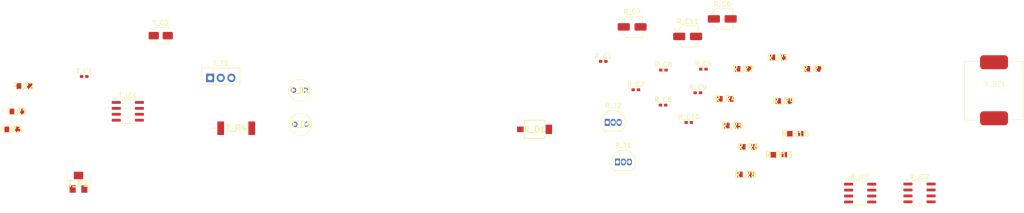
<source format=kicad_pcb>
(kicad_pcb (version 20240108) (generator "pcbnew") (generator_version "8.0")
  (layers (0 "F.Cu" signal) (1 "In1.Cu" signal) (2 "In2.Cu" signal) (31 "B.Cu" signal) (34 "B.Paste" user) (35 "F.Paste" user) (36 "B.SilkS" user "B.Silkscreen") (37 "F.SilkS" user "F.Silkscreen") (38 "B.Mask" user) (39 "F.Mask" user) (44 "Edge.Cuts" user))
  (net 0 "")
  (net 1 "GND")
  (net 2 "+5V")
  (net 3 "+9V")
  (net 5 "/T_EMITTER")
  (net 6 "R_GND")
  (net 7 "T_GND")
  (net 8 "/R_OUT2")
  (net 9 "/T_DIS")
  (net 10 "/R_C2")
  (net 11 "/R_THR{slash}TR")
  (net 12 "/R_CV")
  (net 13 "/R_OUT1")
  (net 14 "/R_IN")
  (net 15 "/R_DIS")
  (net 16 "/T_THR{slash}TR")
  (net 17 "/T_BASE")
  (net 18 "/T_LED2")
  (net 19 "/T_LED1")
  (net 20 "/R_LED")
  (net 21 "/R_BASE2")
  (net 22 "/R_EMITTER2")
  (net 23 "/R_RC")
  (net 24 "/R_C3")
  (net 25 "/R_R")
  (net 26 "/T_POT")
  (net 27 "/T_OUT")
  (footprint "ERJUP6:ERJUP6" (layer "F.Cu") (at 212.935 71.38)
    (property "Reference" "R_R9" (at 0 0 0) (layer "F.SilkS") (effects (font (size 1.27 1.27) (thickness 0.254))))
    (property "Value" "4k7" (hide yes))
    (fp_circle (center -2.025 0) (end -2.025 0.05) (stroke (width 0.2)) (fill none) (layer "F.SilkS"))
    (pad "1" smd rect (at -1.175 0) (size 1.15 1.25) (layers "F.Cu" "F.Paste" "F.Mask") (net 2 "+5V"))
    (pad "2" smd rect (at 1.175 0) (size 1.15 1.25) (layers "F.Cu" "F.Paste" "F.Mask") (net 13 "/R_OUT1"))
  )
  (footprint "ERJUP6:ERJUP6" (layer "F.Cu") (at 215.395 78.38)
    (property "Reference" "R_R10" (at 0 0 0) (layer "F.SilkS") (effects (font (size 1.27 1.27) (thickness 0.254))))
    (property "Value" "470k" (hide yes))
    (fp_circle (center -2.025 0) (end -2.025 0.05) (stroke (width 0.2)) (fill none) (layer "F.SilkS"))
    (pad "1" smd rect (at -1.175 0) (size 1.15 1.25) (layers "F.Cu" "F.Paste" "F.Mask") (net 6 "R_GND"))
    (pad "2" smd rect (at 1.175 0) (size 1.15 1.25) (layers "F.Cu" "F.Paste" "F.Mask") (net 22 "/R_EMITTER2"))
  )
  (footprint "ERJUP6:ERJUP6" (layer "F.Cu") (at 204.735 87.11)
    (property "Reference" "R_R8" (at 0 0 0) (layer "F.SilkS") (effects (font (size 1.27 1.27) (thickness 0.254))))
    (property "Value" "1k" (hide yes))
    (fp_circle (center -2.025 0) (end -2.025 0.05) (stroke (width 0.2)) (fill none) (layer "F.SilkS"))
    (pad "1" smd rect (at -1.175 0) (size 1.15 1.25) (layers "F.Cu" "F.Paste" "F.Mask") (net 2 "+5V"))
    (pad "2" smd rect (at 1.175 0) (size 1.15 1.25) (layers "F.Cu" "F.Paste" "F.Mask") (net 15 "/R_DIS"))
  )
  (footprint "Capacitor_SMD:C_0402_1005Metric_Pad0.74x0.62mm_HandSolder" (layer "F.Cu") (at 192.5925 75.95)
    (property "Reference" "R_C10" (at 0 -1.16 0) (layer "F.SilkS"))
    (property "Value" "100n")
    (fp_line (start -0.115835 -0.36) (end 0.115835 -0.36) (stroke (width 0.12)) (layer "F.SilkS"))
    (fp_line (start -0.115835 0.36) (end 0.115835 0.36) (stroke (width 0.12)) (layer "F.SilkS"))
    (pad "1" smd roundrect (at -0.5675 0) (size 0.735 0.62) (layers "F.Cu" "F.Paste" "F.Mask") (net 2 "+5V"))
    (pad "2" smd roundrect (at 0.5675 0) (size 0.735 0.62) (layers "F.Cu" "F.Paste" "F.Mask") (net 1 "GND"))
  )
  (footprint "ERJUP6:ERJUP6" (layer "F.Cu") (at 219.175 64.48)
    (property "Reference" "R_R7" (at 0 0 0) (layer "F.SilkS") (effects (font (size 1.27 1.27) (thickness 0.254))))
    (property "Value" "100k" (hide yes))
    (fp_circle (center -2.025 0) (end -2.025 0.05) (stroke (width 0.2)) (fill none) (layer "F.SilkS"))
    (pad "1" smd rect (at -1.175 0) (size 1.15 1.25) (layers "F.Cu" "F.Paste" "F.Mask") (net 15 "/R_DIS"))
    (pad "2" smd rect (at 1.175 0) (size 1.15 1.25) (layers "F.Cu" "F.Paste" "F.Mask") (net 11 "/R_THR{slash}TR"))
  )
  (footprint "Capacitor_SMD:C_0402_1005Metric_Pad0.74x0.62mm_HandSolder" (layer "F.Cu") (at 63.1525 66.11)
    (property "Reference" "T_C1" (at 0 -1.16 0) (layer "F.SilkS"))
    (property "Value" "15n")
    (fp_line (start -0.115835 -0.36) (end 0.115835 -0.36) (stroke (width 0.12)) (layer "F.SilkS"))
    (fp_line (start -0.115835 0.36) (end 0.115835 0.36) (stroke (width 0.12)) (layer "F.SilkS"))
    (pad "1" smd roundrect (at -0.5675 0) (size 0.735 0.62) (layers "F.Cu" "F.Paste" "F.Mask") (net 16 "/T_THR{slash}TR"))
    (pad "2" smd roundrect (at 0.5675 0) (size 0.735 0.62) (layers "F.Cu" "F.Paste" "F.Mask") (net 7 "T_GND"))
  )
  (footprint "Capacitor_SMD:CP_Elec_4x3" (layer "F.Cu") (at 180.47 55.49)
    (property "Reference" "R_C7" (at 0 -3.2 0) (layer "F.SilkS"))
    (property "Value" "4u7")
    (fp_line (start -3 -1.56) (end -2.5 -1.56) (stroke (width 0.12)) (layer "F.SilkS"))
    (fp_line (start -2.75 -1.81) (end -2.75 -1.31) (stroke (width 0.12)) (layer "F.SilkS"))
    (fp_line (start -2.26 -1.195563) (end -2.26 -1.06) (stroke (width 0.12)) (layer "F.SilkS"))
    (fp_line (start -2.26 -1.195563) (end -1.195563 -2.26) (stroke (width 0.12)) (layer "F.SilkS"))
    (fp_line (start -2.26 1.195563) (end -2.26 1.06) (stroke (width 0.12)) (layer "F.SilkS"))
    (fp_line (start -2.26 1.195563) (end -1.195563 2.26) (stroke (width 0.12)) (layer "F.SilkS"))
    (fp_line (start -1.195563 -2.26) (end 2.26 -2.26) (stroke (width 0.12)) (layer "F.SilkS"))
    (fp_line (start -1.195563 2.26) (end 2.26 2.26) (stroke (width 0.12)) (layer "F.SilkS"))
    (fp_line (start 2.26 -2.26) (end 2.26 -1.06) (stroke (width 0.12)) (layer "F.SilkS"))
    (fp_line (start 2.26 2.26) (end 2.26 1.06) (stroke (width 0.12)) (layer "F.SilkS"))
    (pad "1" smd roundrect (at -1.8 0) (size 2.6 1.6) (layers "F.Cu" "F.Paste" "F.Mask") (roundrect_rratio 0.15625) (net 24 "/R_C3"))
    (pad "2" smd roundrect (at 1.8 0) (size 2.6 1.6) (layers "F.Cu" "F.Paste" "F.Mask") (roundrect_rratio 0.15625) (net 6 "R_GND"))
  )
  (footprint "ERJUP6:ERJUP6" (layer "F.Cu") (at 211.875 82.89)
    (property "Reference" "R_R13" (at 0 0 0) (layer "F.SilkS") (effects (font (size 1.27 1.27) (thickness 0.254))))
    (property "Value" "2k2" (hide yes))
    (fp_circle (center -2.025 0) (end -2.025 0.05) (stroke (width 0.2)) (fill none) (layer "F.SilkS"))
    (pad "1" smd rect (at -1.175 0) (size 1.15 1.25) (layers "F.Cu" "F.Paste" "F.Mask") (net 2 "+5V"))
    (pad "2" smd rect (at 1.175 0) (size 1.15 1.25) (layers "F.Cu" "F.Paste" "F.Mask") (net 14 "/R_IN"))
  )
  (footprint "ERJUP6:ERJUP6" (layer "F.Cu") (at 50.27 68.16)
    (property "Reference" "T_R2" (at 0 0 0) (layer "F.SilkS") (effects (font (size 1.27 1.27) (thickness 0.254))))
    (property "Value" "2k7" (hide yes))
    (fp_circle (center -2.025 0) (end -2.025 0.05) (stroke (width 0.2)) (fill none) (layer "F.SilkS"))
    (pad "1" smd rect (at -1.175 0) (size 1.15 1.25) (layers "F.Cu" "F.Paste" "F.Mask") (net 9 "/T_DIS"))
    (pad "2" smd rect (at 1.175 0) (size 1.15 1.25) (layers "F.Cu" "F.Paste" "F.Mask") (net 16 "/T_THR{slash}TR"))
  )
  (footprint "Package_TO_SOT_THT:TO-126-3_Vertical" (layer "F.Cu") (at 90.1 66.41)
    (property "Reference" "T_T1" (at 2.28 -3.12 0) (layer "F.SilkS"))
    (property "Value" "BD136")
    (fp_line (start -1.841 -2.12) (end -1.841 1.37) (stroke (width 0.12)) (layer "F.SilkS"))
    (fp_line (start -1.841 -2.12) (end 6.4 -2.12) (stroke (width 0.12)) (layer "F.SilkS"))
    (fp_line (start -1.841 1.37) (end 6.4 1.37) (stroke (width 0.12)) (layer "F.SilkS"))
    (fp_line (start 0.68 -2.12) (end 0.68 -1.05) (stroke (width 0.12)) (layer "F.SilkS"))
    (fp_line (start 0.68 1.05) (end 0.68 1.37) (stroke (width 0.12)) (layer "F.SilkS"))
    (fp_line (start 3.88 -2.12) (end 3.88 -1.05) (stroke (width 0.12)) (layer "F.SilkS"))
    (fp_line (start 3.88 1.05) (end 3.88 1.37) (stroke (width 0.12)) (layer "F.SilkS"))
    (fp_line (start 6.4 -2.12) (end 6.4 1.37) (stroke (width 0.12)) (layer "F.SilkS"))
    (pad "1" thru_hole rect (at 0 0) (size 1.71 1.8) (drill 1) (layers "*.Cu" "*.Mask") (net 3 "+9V"))
    (pad "2" thru_hole oval (at 2.28 0) (size 1.71 1.8) (drill 1) (layers "*.Cu" "*.Mask") (net 5 "/T_EMITTER"))
    (pad "3" thru_hole oval (at 4.56 0) (size 1.71 1.8) (drill 1) (layers "*.Cu" "*.Mask") (net 17 "/T_BASE"))
  )
  (footprint "Package_SO:SOIC-8_3.9x4.9mm_P1.27mm" (layer "F.Cu") (at 241.995 91.035)
    (property "Reference" "R_IC2" (at 0 -3.4 0) (layer "F.SilkS"))
    (property "Value" "NE555D_custom")
    (fp_line (start 0 -2.56) (end -1.95 -2.56) (stroke (width 0.12)) (layer "F.SilkS"))
    (fp_line (start 0 -2.56) (end 1.95 -2.56) (stroke (width 0.12)) (layer "F.SilkS"))
    (fp_line (start 0 2.56) (end -1.95 2.56) (stroke (width 0.12)) (layer "F.SilkS"))
    (fp_line (start 0 2.56) (end 1.95 2.56) (stroke (width 0.12)) (layer "F.SilkS"))
    (fp_poly (pts (xy -2.7 -2.465) (xy -2.94 -2.795) (xy -2.46 -2.795) (xy -2.7 -2.465)) (stroke (width 0.12)) (fill solid) (layer "F.SilkS"))
    (pad "1" smd roundrect (at -2.475 -1.905) (size 1.95 0.6) (layers "F.Cu" "F.Paste" "F.Mask") (net 6 "R_GND"))
    (pad "2" smd roundrect (at -2.475 -0.635) (size 1.95 0.6) (layers "F.Cu" "F.Paste" "F.Mask") (net 11 "/R_THR{slash}TR"))
    (pad "3" smd roundrect (at -2.475 0.635) (size 1.95 0.6) (layers "F.Cu" "F.Paste" "F.Mask") (net 8 "/R_OUT2"))
    (pad "4" smd roundrect (at -2.475 1.905) (size 1.95 0.6) (layers "F.Cu" "F.Paste" "F.Mask") (net 13 "/R_OUT1"))
    (pad "5" smd roundrect (at 2.475 1.905) (size 1.95 0.6) (layers "F.Cu" "F.Paste" "F.Mask") (net 12 "/R_CV"))
    (pad "6" smd roundrect (at 2.475 0.635) (size 1.95 0.6) (layers "F.Cu" "F.Paste" "F.Mask") (net 11 "/R_THR{slash}TR"))
    (pad "7" smd roundrect (at 2.475 -0.635) (size 1.95 0.6) (layers "F.Cu" "F.Paste" "F.Mask") (net 15 "/R_DIS"))
    (pad "8" smd roundrect (at 2.475 -1.905) (size 1.95 0.6) (layers "F.Cu" "F.Paste" "F.Mask") (net 2 "+5V"))
  )
  (footprint "Package_TO_SOT_THT:TO-92_Inline" (layer "F.Cu") (at 177.33 84.41)
    (property "Reference" "R_T1" (at 1.27 -3.56 0) (layer "F.SilkS"))
    (property "Value" "BC549")
    (fp_line (start -0.53 1.85) (end 3.07 1.85) (stroke (width 0.12)) (layer "F.SilkS"))
    (fp_arc (start -0.568478 1.838478) (mid -1.132087 -0.994977) (end 1.27 -2.6) (stroke (width 0.12)) (layer "F.SilkS"))
    (fp_arc (start 1.27 -2.6) (mid 3.672087 -0.994977) (end 3.108478 1.838478) (stroke (width 0.12)) (layer "F.SilkS"))
    (pad "1" thru_hole rect (at 0 0) (size 1.05 1.5) (drill 0.75) (layers "*.Cu" "*.Mask") (net 21 "/R_BASE2"))
    (pad "2" thru_hole oval (at 1.27 0) (size 1.05 1.5) (drill 0.75) (layers "*.Cu" "*.Mask") (net 6 "R_GND"))
    (pad "3" thru_hole oval (at 2.54 0) (size 1.05 1.5) (drill 0.75) (layers "*.Cu" "*.Mask") (net 6 "R_GND"))
  )
  (footprint "Capacitor_SMD:C_0402_1005Metric_Pad0.74x0.62mm_HandSolder" (layer "F.Cu") (at 187.16 64.73)
    (property "Reference" "R_C8" (at 0 -1.16 0) (layer "F.SilkS"))
    (property "Value" "47n")
    (fp_line (start -0.115835 -0.36) (end 0.115835 -0.36) (stroke (width 0.12)) (layer "F.SilkS"))
    (fp_line (start -0.115835 0.36) (end 0.115835 0.36) (stroke (width 0.12)) (layer "F.SilkS"))
    (pad "1" smd roundrect (at -0.5675 0) (size 0.735 0.62) (layers "F.Cu" "F.Paste" "F.Mask") (net 11 "/R_THR{slash}TR"))
    (pad "2" smd roundrect (at 0.5675 0) (size 0.735 0.62) (layers "F.Cu" "F.Paste" "F.Mask") (net 6 "R_GND"))
  )
  (footprint "SFH_4851:SFH4851" (layer "F.Cu") (at 107.96 69.04)
    (property "Reference" "T_D2" (at 1.395 0 0) (layer "F.SilkS") (effects (font (size 1.27 1.27) (thickness 0.254))))
    (property "Value" "SFH 4851" (hide yes))
    (fp_line (start 1.27 -2.35) (end 1.27 -2.35) (stroke (width 0.1)) (layer "F.SilkS"))
    (fp_line (start 1.27 2.35) (end 1.27 2.35) (stroke (width 0.1)) (layer "F.SilkS"))
    (fp_arc (start 1.27 -2.35) (mid 3.62 0) (end 1.27 2.35) (stroke (width 0.1)) (layer "F.SilkS"))
    (fp_arc (start 1.27 2.35) (mid -1.08 0) (end 1.27 -2.35) (stroke (width 0.1)) (layer "F.SilkS"))
    (pad "1" thru_hole circle (at 0 0) (size 1.155 1.155) (drill 0.63) (layers "*.Cu" "*.Mask") (net 7 "T_GND"))
    (pad "2" thru_hole circle (at 2.54 0) (size 1.155 1.155) (drill 0.63) (layers "*.Cu" "*.Mask") (net 18 "/T_LED2"))
  )
  (footprint "BPW_34_FAS-Z:BPW34FASZ" (layer "F.Cu") (at 159.58 77.42)
    (property "Reference" "R_D1" (at 0 0 0) (layer "F.SilkS") (effects (font (size 1.27 1.27) (thickness 0.254))))
    (property "Value" "BPW34" (hide yes))
    (fp_line (start -2.2 -1.925) (end 2.2 -1.925) (stroke (width 0.2)) (layer "F.SilkS"))
    (fp_line (start -2.2 -1) (end -2.2 -1.925) (stroke (width 0.2)) (layer "F.SilkS"))
    (fp_line (start -2.2 1) (end -2.2 1.925) (stroke (width 0.2)) (layer "F.SilkS"))
    (fp_line (start -2.2 1.925) (end -2.2 1.925) (stroke (width 0.2)) (layer "F.SilkS"))
    (fp_line (start -2.2 1.925) (end 2.2 1.925) (stroke (width 0.2)) (layer "F.SilkS"))
    (fp_line (start 2.2 -1.925) (end 2.2 -1.4) (stroke (width 0.2)) (layer "F.SilkS"))
    (fp_line (start 2.2 1.925) (end 2.2 1.4) (stroke (width 0.2)) (layer "F.SilkS"))
    (fp_line (start 4.2 0) (end 4.2 0) (stroke (width 0.1)) (layer "F.SilkS"))
    (fp_line (start 4.3 0) (end 4.3 0) (stroke (width 0.1)) (layer "F.SilkS"))
    (fp_arc (start 4.2 0) (mid 4.25 -0.05) (end 4.3 0) (stroke (width 0.1)) (layer "F.SilkS"))
    (fp_arc (start 4.3 0) (mid 4.25 0.05) (end 4.2 0) (stroke (width 0.1)) (layer "F.SilkS"))
    (pad "1" smd rect (at 3.05 0) (size 1.4 2) (layers "F.Cu" "F.Paste" "F.Mask") (net 20 "/R_LED"))
    (pad "2" smd rect (at -3.05 0 90) (size 1.2 1.4) (layers "F.Cu" "F.Paste" "F.Mask") (net 6 "R_GND"))
  )
  (footprint "Capacitor_SMD:CP_Elec_4x3" (layer "F.Cu") (at 199.765 53.775)
    (property "Reference" "R_C6" (at 0 -3.2 0) (layer "F.SilkS"))
    (property "Value" "2u2")
    (fp_line (start -3 -1.56) (end -2.5 -1.56) (stroke (width 0.12)) (layer "F.SilkS"))
    (fp_line (start -2.75 -1.81) (end -2.75 -1.31) (stroke (width 0.12)) (layer "F.SilkS"))
    (fp_line (start -2.26 -1.195563) (end -2.26 -1.06) (stroke (width 0.12)) (layer "F.SilkS"))
    (fp_line (start -2.26 -1.195563) (end -1.195563 -2.26) (stroke (width 0.12)) (layer "F.SilkS"))
    (fp_line (start -2.26 1.195563) (end -2.26 1.06) (stroke (width 0.12)) (layer "F.SilkS"))
    (fp_line (start -2.26 1.195563) (end -1.195563 2.26) (stroke (width 0.12)) (layer "F.SilkS"))
    (fp_line (start -1.195563 -2.26) (end 2.26 -2.26) (stroke (width 0.12)) (layer "F.SilkS"))
    (fp_line (start -1.195563 2.26) (end 2.26 2.26) (stroke (width 0.12)) (layer "F.SilkS"))
    (fp_line (start 2.26 -2.26) (end 2.26 -1.06) (stroke (width 0.12)) (layer "F.SilkS"))
    (fp_line (start 2.26 2.26) (end 2.26 1.06) (stroke (width 0.12)) (layer "F.SilkS"))
    (pad "1" smd roundrect (at -1.8 0) (size 2.6 1.6) (layers "F.Cu" "F.Paste" "F.Mask") (roundrect_rratio 0.15625) (net 10 "/R_C2"))
    (pad "2" smd roundrect (at 1.8 0) (size 2.6 1.6) (layers "F.Cu" "F.Paste" "F.Mask") (roundrect_rratio 0.15625) (net 6 "R_GND"))
  )
  (footprint "Package_TO_SOT_THT:TO-92_Inline" (layer "F.Cu") (at 175.14 75.93)
    (property "Reference" "R_T2" (at 1.27 -3.56 0) (layer "F.SilkS"))
    (property "Value" "BC549")
    (fp_line (start -0.53 1.85) (end 3.07 1.85) (stroke (width 0.12)) (layer "F.SilkS"))
    (fp_arc (start -0.568478 1.838478) (mid -1.132087 -0.994977) (end 1.27 -2.6) (stroke (width 0.12)) (layer "F.SilkS"))
    (fp_arc (start 1.27 -2.6) (mid 3.672087 -0.994977) (end 3.108478 1.838478) (stroke (width 0.12)) (layer "F.SilkS"))
    (pad "1" thru_hole rect (at 0 0) (size 1.05 1.5) (drill 0.75) (layers "*.Cu" "*.Mask") (net 14 "/R_IN"))
    (pad "2" thru_hole oval (at 1.27 0) (size 1.05 1.5) (drill 0.75) (layers "*.Cu" "*.Mask") (net 21 "/R_BASE2"))
    (pad "3" thru_hole oval (at 2.54 0) (size 1.05 1.5) (drill 0.75) (layers "*.Cu" "*.Mask") (net 22 "/R_EMITTER2"))
  )
  (footprint "ERJUP6:ERJUP6" (layer "F.Cu") (at 205.34 81.18)
    (property "Reference" "R_R6" (at 0 0 0) (layer "F.SilkS") (effects (font (size 1.27 1.27) (thickness 0.254))))
    (property "Value" "1M" (hide yes))
    (fp_circle (center -2.025 0) (end -2.025 0.05) (stroke (width 0.2)) (fill none) (layer "F.SilkS"))
    (pad "1" smd rect (at -1.175 0) (size 1.15 1.25) (layers "F.Cu" "F.Paste" "F.Mask") (net 13 "/R_OUT1"))
    (pad "2" smd rect (at 1.175 0) (size 1.15 1.25) (layers "F.Cu" "F.Paste" "F.Mask") (net 24 "/R_C3"))
  )
  (footprint "Capacitor_SMD:CP_Elec_4x3" (layer "F.Cu") (at 192.35 57.53)
    (property "Reference" "R_C11" (at 0 -3.2 0) (layer "F.SilkS"))
    (property "Value" "22u")
    (fp_line (start -3 -1.56) (end -2.5 -1.56) (stroke (width 0.12)) (layer "F.SilkS"))
    (fp_line (start -2.75 -1.81) (end -2.75 -1.31) (stroke (width 0.12)) (layer "F.SilkS"))
    (fp_line (start -2.26 -1.195563) (end -2.26 -1.06) (stroke (width 0.12)) (layer "F.SilkS"))
    (fp_line (start -2.26 -1.195563) (end -1.195563 -2.26) (stroke (width 0.12)) (layer "F.SilkS"))
    (fp_line (start -2.26 1.195563) (end -2.26 1.06) (stroke (width 0.12)) (layer "F.SilkS"))
    (fp_line (start -2.26 1.195563) (end -1.195563 2.26) (stroke (width 0.12)) (layer "F.SilkS"))
    (fp_line (start -1.195563 -2.26) (end 2.26 -2.26) (stroke (width 0.12)) (layer "F.SilkS"))
    (fp_line (start -1.195563 2.26) (end 2.26 2.26) (stroke (width 0.12)) (layer "F.SilkS"))
    (fp_line (start 2.26 -2.26) (end 2.26 -1.06) (stroke (width 0.12)) (layer "F.SilkS"))
    (fp_line (start 2.26 2.26) (end 2.26 1.06) (stroke (width 0.12)) (layer "F.SilkS"))
    (pad "1" smd roundrect (at -1.8 0) (size 2.6 1.6) (layers "F.Cu" "F.Paste" "F.Mask") (roundrect_rratio 0.15625) (net 2 "+5V"))
    (pad "2" smd roundrect (at 1.8 0) (size 2.6 1.6) (layers "F.Cu" "F.Paste" "F.Mask") (roundrect_rratio 0.15625) (net 1 "GND"))
  )
  (footprint "Capacitor_SMD:C_0402_1005Metric_Pad0.74x0.62mm_HandSolder" (layer "F.Cu") (at 174.28 62.87)
    (property "Reference" "R_C1" (at 0 -1.16 0) (layer "F.SilkS"))
    (property "Value" "10n")
    (fp_line (start -0.115835 -0.36) (end 0.115835 -0.36) (stroke (width 0.12)) (layer "F.SilkS"))
    (fp_line (start -0.115835 0.36) (end 0.115835 0.36) (stroke (width 0.12)) (layer "F.SilkS"))
    (pad "1" smd roundrect (at -0.5675 0) (size 0.735 0.62) (layers "F.Cu" "F.Paste" "F.Mask") (net 6 "R_GND"))
    (pad "2" smd roundrect (at 0.5675 0) (size 0.735 0.62) (layers "F.Cu" "F.Paste" "F.Mask") (net 20 "/R_LED"))
  )
  (footprint "CPT-1203-03-SMT-TR:CPT-1203-03-SMT-TR" (layer "F.Cu") (at 257.95 63.05)
    (property "Reference" "R_BZ1" (at 0.2 4.7 0) (layer "F.SilkS") (effects (font (thickness 0.1))))
    (property "Value" "Buzzer")
    (fp_line (start -6.3 -0.2) (end -3.2 -0.2) (stroke (width 0.1)) (layer "F.SilkS"))
    (fp_line (start -6.3 12.2) (end -6.3 12.3) (stroke (width 0.1)) (layer "F.SilkS"))
    (fp_line (start -6.3 12.4) (end -6.3 -0.2) (stroke (width 0.1)) (layer "F.SilkS"))
    (fp_line (start -6.3 12.4) (end -3.2 12.4) (stroke (width 0.1)) (layer "F.SilkS"))
    (fp_line (start -3.2 -0.2) (end -3.2 -0.3) (stroke (width 0.1)) (layer "F.SilkS"))
    (fp_line (start -3.2 12.4) (end -3.2 12.5) (stroke (width 0.1)) (layer "F.SilkS"))
    (fp_line (start 3.2 -0.2) (end 3.2 -0.3) (stroke (width 0.1)) (layer "F.SilkS"))
    (fp_line (start 3.2 12.3) (end 6.2 12.3) (stroke (width 0.1)) (layer "F.SilkS"))
    (fp_line (start 3.2 12.4) (end 3.2 12.3) (stroke (width 0.1)) (layer "F.SilkS"))
    (fp_line (start 6.2 -0.2) (end 3.2 -0.2) (stroke (width 0.1)) (layer "F.SilkS"))
    (fp_line (start 6.2 12.3) (end 6.2 -0.2) (stroke (width 0.1)) (layer "F.SilkS"))
    (pad "1" smd roundrect (at 0 0) (size 6 3) (layers "F.Cu" "F.Paste" "F.Mask") (net 8 "/R_OUT2"))
    (pad "2" smd roundrect (at 0 12) (size 6 3) (layers "F.Cu" "F.Paste" "F.Mask") (net 6 "R_GND"))
  )
  (footprint "ERJUP6:ERJUP6" (layer "F.Cu") (at 204.235 64.48)
    (property "Reference" "R_R2" (at 0 0 0) (layer "F.SilkS") (effects (font (size 1.27 1.27) (thickness 0.254))))
    (property "Value" "3k3" (hide yes))
    (fp_circle (center -2.025 0) (end -2.025 0.05) (stroke (width 0.2)) (fill none) (layer "F.SilkS"))
    (pad "1" smd rect (at -1.175 0) (size 1.15 1.25) (layers "F.Cu" "F.Paste" "F.Mask") (net 2 "+5V"))
    (pad "2" smd rect (at 1.175 0) (size 1.15 1.25) (layers "F.Cu" "F.Paste" "F.Mask") (net 21 "/R_BASE2"))
  )
  (footprint "PVG5A103C03R00:PVG5A100C03R00" (layer "F.Cu") (at 61.92 88.75)
    (property "Reference" "T_P1" (at 0 0.275 0) (layer "F.SilkS") (effects (font (size 1.27 1.27) (thickness 0.254))))
    (property "Value" "PVG5A103C03R00" (hide yes))
    (fp_line (start -2.4 -1.75) (end -2.4 1.75) (stroke (width 0.1)) (layer "F.SilkS"))
    (fp_line (start -1.4 2.7) (end -1.4 2.7) (stroke (width 0.2)) (layer "F.SilkS"))
    (fp_line (start -1.2 2.7) (end -1.2 2.7) (stroke (width 0.2)) (layer "F.SilkS"))
    (fp_line (start 2.4 -1.75) (end 2.4 1.75) (stroke (width 0.1)) (layer "F.SilkS"))
    (fp_arc (start -1.4 2.7) (mid -1.3 2.6) (end -1.2 2.7) (stroke (width 0.2)) (layer "F.SilkS"))
    (fp_arc (start -1.2 2.7) (mid -1.3 2.8) (end -1.4 2.7) (stroke (width 0.2)) (layer "F.SilkS"))
    (pad "1" smd rect (at -1.25 1.45 90) (size 1.6 1.3) (layers "F.Cu" "F.Paste" "F.Mask") (net 26 "/T_POT"))
    (pad "2" smd rect (at 0 -1.45 90) (size 1.6 2) (layers "F.Cu" "F.Paste" "F.Mask") (net 26 "/T_POT"))
    (pad "3" smd rect (at 1.25 1.45 90) (size 1.6 1.3) (layers "F.Cu" "F.Paste" "F.Mask") (net 9 "/T_DIS"))
  )
  (footprint "Package_SO:SOIC-8_3.9x4.9mm_P1.27mm" (layer "F.Cu") (at 229.295 91.065)
    (property "Reference" "R_IC1" (at 0 -3.4 0) (layer "F.SilkS"))
    (property "Value" "NE567_custom")
    (fp_line (start 0 -2.56) (end -1.95 -2.56) (stroke (width 0.12)) (layer "F.SilkS"))
    (fp_line (start 0 -2.56) (end 1.95 -2.56) (stroke (width 0.12)) (layer "F.SilkS"))
    (fp_line (start 0 2.56) (end -1.95 2.56) (stroke (width 0.12)) (layer "F.SilkS"))
    (fp_line (start 0 2.56) (end 1.95 2.56) (stroke (width 0.12)) (layer "F.SilkS"))
    (fp_poly (pts (xy -2.7 -2.465) (xy -2.94 -2.795) (xy -2.46 -2.795) (xy -2.7 -2.465)) (stroke (width 0.12)) (fill solid) (layer "F.SilkS"))
    (pad "1" smd roundrect (at -2.475 -1.905) (size 1.95 0.6) (layers "F.Cu" "F.Paste" "F.Mask") (net 24 "/R_C3"))
    (pad "2" smd roundrect (at -2.475 -0.635) (size 1.95 0.6) (layers "F.Cu" "F.Paste" "F.Mask") (net 10 "/R_C2"))
    (pad "3" smd roundrect (at -2.475 0.635) (size 1.95 0.6) (layers "F.Cu" "F.Paste" "F.Mask") (net 14 "/R_IN"))
    (pad "4" smd roundrect (at -2.475 1.905) (size 1.95 0.6) (layers "F.Cu" "F.Paste" "F.Mask") (net 2 "+5V"))
    (pad "5" smd roundrect (at 2.475 1.905) (size 1.95 0.6) (layers "F.Cu" "F.Paste" "F.Mask") (net 25 "/R_R"))
    (pad "6" smd roundrect (at 2.475 0.635) (size 1.95 0.6) (layers "F.Cu" "F.Paste" "F.Mask") (net 23 "/R_RC"))
    (pad "7" smd roundrect (at 2.475 -0.635) (size 1.95 0.6) (layers "F.Cu" "F.Paste" "F.Mask") (net 6 "R_GND"))
    (pad "8" smd roundrect (at 2.475 -1.905) (size 1.95 0.6) (layers "F.Cu" "F.Paste" "F.Mask") (net 13 "/R_OUT1"))
  )
  (footprint "Capacitor_SMD:C_0402_1005Metric_Pad0.74x0.62mm_HandSolder" (layer "F.Cu") (at 187.0975 72.24)
    (property "Reference" "R_C5" (at 0 -1.16 0) (layer "F.SilkS"))
    (property "Value" "22n")
    (fp_line (start -0.115835 -0.36) (end 0.115835 -0.36) (stroke (width 0.12)) (layer "F.SilkS"))
    (fp_line (start -0.115835 0.36) (end 0.115835 0.36) (stroke (width 0.12)) (layer "F.SilkS"))
    (pad "1" smd roundrect (at -0.5675 0) (size 0.735 0.62) (layers "F.Cu" "F.Paste" "F.Mask") (net 23 "/R_RC"))
    (pad "2" smd roundrect (at 0.5675 0) (size 0.735 0.62) (layers "F.Cu" "F.Paste" "F.Mask") (net 6 "R_GND"))
  )
  (footprint "Capacitor_SMD:C_0402_1005Metric_Pad0.74x0.62mm_HandSolder" (layer "F.Cu") (at 181.26 68.95)
    (property "Reference" "R_C2" (at 0 -1.16 0) (layer "F.SilkS"))
    (property "Value" "47p")
    (fp_line (start -0.115835 -0.36) (end 0.115835 -0.36) (stroke (width 0.12)) (layer "F.SilkS"))
    (fp_line (start -0.115835 0.36) (end 0.115835 0.36) (stroke (width 0.12)) (layer "F.SilkS"))
    (pad "1" smd roundrect (at -0.5675 0) (size 0.735 0.62) (layers "F.Cu" "F.Paste" "F.Mask") (net 6 "R_GND"))
    (pad "2" smd roundrect (at 0.5675 0) (size 0.735 0.62) (layers "F.Cu" "F.Paste" "F.Mask") (net 21 "/R_BASE2"))
  )
  (footprint "ERJUP6:ERJUP6" (layer "F.Cu") (at 47.69 77.43)
    (property "Reference" "T_R3" (at 0 0 0) (layer "F.SilkS") (effects (font (size 1.27 1.27) (thickness 0.254))))
    (property "Value" "330" (hide yes))
    (fp_circle (center -2.025 0) (end -2.025 0.05) (stroke (width 0.2)) (fill none) (layer "F.SilkS"))
    (pad "1" smd rect (at -1.175 0) (size 1.15 1.25) (layers "F.Cu" "F.Paste" "F.Mask") (net 27 "/T_OUT"))
    (pad "2" smd rect (at 1.175 0) (size 1.15 1.25) (layers "F.Cu" "F.Paste" "F.Mask") (net 17 "/T_BASE"))
  )
  (footprint "Capacitor_SMD:C_0402_1005Metric_Pad0.74x0.62mm_HandSolder" (layer "F.Cu") (at 195.7175 64.54)
    (property "Reference" "R_C4" (at 0 -1.16 0) (layer "F.SilkS"))
    (property "Value" "220n")
    (fp_line (start -0.115835 -0.36) (end 0.115835 -0.36) (stroke (width 0.12)) (layer "F.SilkS"))
    (fp_line (start -0.115835 0.36) (end 0.115835 0.36) (stroke (width 0.12)) (layer "F.SilkS"))
    (pad "1" smd roundrect (at -0.5675 0) (size 0.735 0.62) (layers "F.Cu" "F.Paste" "F.Mask") (net 22 "/R_EMITTER2"))
    (pad "2" smd roundrect (at 0.5675 0) (size 0.735 0.62) (layers "F.Cu" "F.Paste" "F.Mask") (net 6 "R_GND"))
  )
  (footprint "Capacitor_SMD:C_0402_1005Metric_Pad0.74x0.62mm_HandSolder" (layer "F.Cu") (at 194.53 69.59)
    (property "Reference" "R_C9" (at 0 -1.16 0) (layer "F.SilkS"))
    (property "Value" "100n")
    (fp_line (start -0.115835 -0.36) (end 0.115835 -0.36) (stroke (width 0.12)) (layer "F.SilkS"))
    (fp_line (start -0.115835 0.36) (end 0.115835 0.36) (stroke (width 0.12)) (layer "F.SilkS"))
    (pad "1" smd roundrect (at -0.5675 0) (size 0.735 0.62) (layers "F.Cu" "F.Paste" "F.Mask") (net 12 "/R_CV"))
    (pad "2" smd roundrect (at 0.5675 0) (size 0.735 0.62) (layers "F.Cu" "F.Paste" "F.Mask") (net 6 "R_GND"))
  )
  (footprint "ERJUP6:ERJUP6" (layer "F.Cu") (at 211.705 62.02)
    (property "Reference" "R_R1" (at 0 0 0) (layer "F.SilkS") (effects (font (size 1.27 1.27) (thickness 0.254))))
    (property "Value" "6k8" (hide yes))
    (fp_circle (center -2.025 0) (end -2.025 0.05) (stroke (width 0.2)) (fill none) (layer "F.SilkS"))
    (pad "1" smd rect (at -1.175 0) (size 1.15 1.25) (layers "F.Cu" "F.Paste" "F.Mask") (net 2 "+5V"))
    (pad "2" smd rect (at 1.175 0) (size 1.15 1.25) (layers "F.Cu" "F.Paste" "F.Mask") (net 20 "/R_LED"))
  )
  (footprint "SFH_4851:SFH4851" (layer "F.Cu") (at 108.23 76.35)
    (property "Reference" "T_D1" (at 1.395 0 0) (layer "F.SilkS") (effects (font (size 1.27 1.27) (thickness 0.254))))
    (property "Value" "SFH 4851" (hide yes))
    (fp_line (start 1.27 -2.35) (end 1.27 -2.35) (stroke (width 0.1)) (layer "F.SilkS"))
    (fp_line (start 1.27 2.35) (end 1.27 2.35) (stroke (width 0.1)) (layer "F.SilkS"))
    (fp_arc (start 1.27 -2.35) (mid 3.62 0) (end 1.27 2.35) (stroke (width 0.1)) (layer "F.SilkS"))
    (fp_arc (start 1.27 2.35) (mid -1.08 0) (end 1.27 -2.35) (stroke (width 0.1)) (layer "F.SilkS"))
    (pad "1" thru_hole circle (at 0 0) (size 1.155 1.155) (drill 0.63) (layers "*.Cu" "*.Mask") (net 18 "/T_LED2"))
    (pad "2" thru_hole circle (at 2.54 0) (size 1.155 1.155) (drill 0.63) (layers "*.Cu" "*.Mask") (net 19 "/T_LED1"))
  )
  (footprint "ERJUP6:ERJUP6" (layer "F.Cu") (at 201.915 76.63)
    (property "Reference" "R_R5" (at 0 0 0) (layer "F.SilkS") (effects (font (size 1.27 1.27) (thickness 0.254))))
    (property "Value" "10k" (hide yes))
    (fp_circle (center -2.025 0) (end -2.025 0.05) (stroke (width 0.2)) (fill none) (layer "F.SilkS"))
    (pad "1" smd rect (at -1.175 0) (size 1.15 1.25) (layers "F.Cu" "F.Paste" "F.Mask") (net 25 "/R_R"))
    (pad "2" smd rect (at 1.175 0) (size 1.15 1.25) (layers "F.Cu" "F.Paste" "F.Mask") (net 23 "/R_RC"))
  )
  (footprint "Package_SO:SOIC-8_3.9x4.9mm_P1.27mm" (layer "F.Cu") (at 72.485 73.565)
    (property "Reference" "T_IC1" (at 0 -3.4 0) (layer "F.SilkS"))
    (property "Value" "TLC555xD_custom")
    (fp_line (start 0 -2.56) (end -1.95 -2.56) (stroke (width 0.12)) (layer "F.SilkS"))
    (fp_line (start 0 -2.56) (end 1.95 -2.56) (stroke (width 0.12)) (layer "F.SilkS"))
    (fp_line (start 0 2.56) (end -1.95 2.56) (stroke (width 0.12)) (layer "F.SilkS"))
    (fp_line (start 0 2.56) (end 1.95 2.56) (stroke (width 0.12)) (layer "F.SilkS"))
    (fp_poly (pts (xy -2.7 -2.465) (xy -2.94 -2.795) (xy -2.46 -2.795) (xy -2.7 -2.465)) (stroke (width 0.12)) (fill solid) (layer "F.SilkS"))
    (pad "1" smd roundrect (at -2.475 -1.905) (size 1.95 0.6) (layers "F.Cu" "F.Paste" "F.Mask") (net 7 "T_GND"))
    (pad "2" smd roundrect (at -2.475 -0.635) (size 1.95 0.6) (layers "F.Cu" "F.Paste" "F.Mask") (net 16 "/T_THR{slash}TR"))
    (pad "3" smd roundrect (at -2.475 0.635) (size 1.95 0.6) (layers "F.Cu" "F.Paste" "F.Mask") (net 27 "/T_OUT"))
    (pad "4" smd roundrect (at -2.475 1.905) (size 1.95 0.6) (layers "F.Cu" "F.Paste" "F.Mask") (net 3 "+9V"))
    (pad "5" smd roundrect (at 2.475 1.905) (size 1.95 0.6) (layers "F.Cu" "F.Paste" "F.Mask"))
    (pad "6" smd roundrect (at 2.475 0.635) (size 1.95 0.6) (layers "F.Cu" "F.Paste" "F.Mask") (net 16 "/T_THR{slash}TR"))
    (pad "7" smd roundrect (at 2.475 -0.635) (size 1.95 0.6) (layers "F.Cu" "F.Paste" "F.Mask") (net 9 "/T_DIS"))
    (pad "8" smd roundrect (at 2.475 -1.905) (size 1.95 0.6) (layers "F.Cu" "F.Paste" "F.Mask") (net 3 "+9V"))
  )
  (footprint "ERJUP6:ERJUP6" (layer "F.Cu") (at 48.775 73.61)
    (property "Reference" "T_R1" (at 0 0 0) (layer "F.SilkS") (effects (font (size 1.27 1.27) (thickness 0.254))))
    (property "Value" "15k" (hide yes))
    (fp_circle (center -2.025 0) (end -2.025 0.05) (stroke (width 0.2)) (fill none) (layer "F.SilkS"))
    (pad "1" smd rect (at -1.175 0) (size 1.15 1.25) (layers "F.Cu" "F.Paste" "F.Mask") (net 3 "+9V"))
    (pad "2" smd rect (at 1.175 0) (size 1.15 1.25) (layers "F.Cu" "F.Paste" "F.Mask") (net 26 "/T_POT"))
  )
  (footprint "Capacitor_SMD:CP_Elec_3x5.4" (layer "F.Cu") (at 79.53 57.36)
    (property "Reference" "T_C2" (at 0 -2.7 0) (layer "F.SilkS"))
    (property "Value" "10u")
    (fp_line (start -2.375 -1.435) (end -2 -1.435) (stroke (width 0.12)) (layer "F.SilkS"))
    (fp_line (start -2.1875 -1.6225) (end -2.1875 -1.2475) (stroke (width 0.12)) (layer "F.SilkS"))
    (fp_line (start -1.570563 -1.06) (end -0.870563 -1.76) (stroke (width 0.12)) (layer "F.SilkS"))
    (fp_line (start -1.570563 1.06) (end -0.870563 1.76) (stroke (width 0.12)) (layer "F.SilkS"))
    (fp_line (start -0.870563 -1.76) (end 1.76 -1.76) (stroke (width 0.12)) (layer "F.SilkS"))
    (fp_line (start -0.870563 1.76) (end 1.76 1.76) (stroke (width 0.12)) (layer "F.SilkS"))
    (fp_line (start 1.76 -1.76) (end 1.76 -1.06) (stroke (width 0.12)) (layer "F.SilkS"))
    (fp_line (start 1.76 1.76) (end 1.76 1.06) (stroke (width 0.12)) (layer "F.SilkS"))
    (pad "1" smd roundrect (at -1.5 0) (size 2.2 1.6) (layers "F.Cu" "F.Paste" "F.Mask") (roundrect_rratio 0.15625) (net 3 "+9V"))
    (pad "2" smd roundrect (at 1.5 0) (size 2.2 1.6) (layers "F.Cu" "F.Paste" "F.Mask") (roundrect_rratio 0.15625) (net 7 "T_GND"))
  )
  (footprint "ERJS1T_U1T__2512_:ERJS1T_U1T__2512_" (layer "F.Cu") (at 95.695 77.18)
    (property "Reference" "T_R4" (at 0 0 0) (layer "F.SilkS") (effects (font (size 1.27 1.27) (thickness 0.254))))
    (property "Value" "47" (hide yes))
    (fp_circle (center -4.675 0) (end -4.675 0.05) (stroke (width 0.2)) (fill none) (layer "F.SilkS"))
    (pad "1" smd rect (at -3.325 0) (size 1.45 2.9) (layers "F.Cu" "F.Paste" "F.Mask") (net 5 "/T_EMITTER"))
    (pad "2" smd rect (at 3.325 0) (size 1.45 2.9) (layers "F.Cu" "F.Paste" "F.Mask") (net 19 "/T_LED1"))
  )
  (footprint "ERJUP6:ERJUP6" (layer "F.Cu") (at 200.435 70.91)
    (property "Reference" "R_R4" (at 0 0 0) (layer "F.SilkS") (effects (font (size 1.27 1.27) (thickness 0.254))))
    (property "Value" "1k8" (hide yes))
    (fp_circle (center -2.025 0) (end -2.025 0.05) (stroke (width 0.2)) (fill none) (layer "F.SilkS"))
    (pad "1" smd rect (at -1.175 0) (size 1.15 1.25) (layers "F.Cu" "F.Paste" "F.Mask") (net 22 "/R_EMITTER2"))
    (pad "2" smd rect (at 1.175 0) (size 1.15 1.25) (layers "F.Cu" "F.Paste" "F.Mask") (net 6 "R_GND"))
  )
)
</source>
